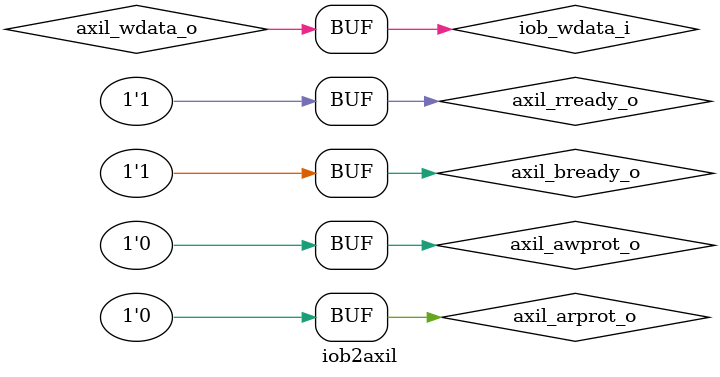
<source format=v>
`timescale 1ns / 1ps

`include "iob_lib.vh"

module iob2axil
  #(
    parameter ADDR_W = 32, // IOb address bus width in bits
    parameter DATA_W = 32,  // IOb data bus width in bits
    parameter AXIL_ADDR_W = ADDR_W,     // AXI Lite address bus width in bits
    parameter AXIL_DATA_W = DATA_W     // AXI Lite data bus width in bits
   )
   (
    //
    // AXI4 Lite master interface
    //
`include "axil_m_port.vh"

    //
    // IOb slave interface
    //
`include "iob_s_port.vh"

    // Global signals
`include "iob_clkrst_port.vh"
    );

   //
   // COMPUTE AXIL OUTPUTS
   //

   // write address
   assign axil_awvalid_o = iob_valid_i & |iob_wstrb_i;
   assign axil_awaddr_o  = iob_addr_i;
   assign axil_awprot_o  = 3'd2;

   // write
   assign axil_wvalid_o = iob_valid_i & |iob_wstrb_i;
   assign axil_wdata_o  = iob_wdata_i;
   assign axil_wstrb_o  = iob_wstrb_i;

   // write response
   assign axil_bready_o = 1'b1;

   // read address
   assign axil_arvalid_o = iob_valid_i & ~|iob_wstrb_i;
   assign axil_araddr_o  = iob_addr_i;
   assign axil_arprot_o  = 3'd2;

   // read
   assign axil_rready_o = 1'b1;

   //
   // COMPUTE IOb OUTPUTS
   //
   assign iob_rvalid_o = axil_rvalid_i;
   assign iob_rdata_o  = axil_rdata_i;
   assign iob_ready_o  = axil_wready_i | axil_arready_i;

endmodule

</source>
